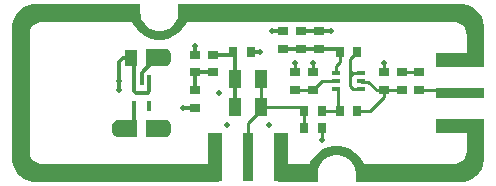
<source format=gbl>
G04*
G04 #@! TF.GenerationSoftware,Altium Limited,Altium Designer,20.1.14 (287)*
G04*
G04 Layer_Physical_Order=4*
G04 Layer_Color=11436288*
%FSLAX43Y43*%
%MOMM*%
G71*
G04*
G04 #@! TF.SameCoordinates,8E6D0AED-6584-4932-AFB8-F401DEA6884B*
G04*
G04*
G04 #@! TF.FilePolarity,Positive*
G04*
G01*
G75*
%ADD11C,0.300*%
%ADD14R,4.100X1.250*%
%ADD15R,1.250X4.100*%
%ADD18R,0.700X0.900*%
%ADD25C,0.500*%
%ADD28R,4.100X0.900*%
%ADD29R,0.900X0.700*%
%ADD30R,0.800X0.450*%
%ADD31R,0.900X4.100*%
%ADD32R,1.000X1.500*%
%ADD33R,1.000X1.400*%
%ADD34R,0.400X0.900*%
%ADD35C,0.250*%
%ADD36C,0.254*%
G36*
X18583Y7423D02*
X18947Y7272D01*
X19275Y7054D01*
X19553Y6775D01*
X19772Y6447D01*
X19923Y6083D01*
X20000Y5697D01*
X20000Y5500D01*
X20000D01*
X20000Y5500D01*
X20000Y2500D01*
X18500D01*
X18500Y5000D01*
X18495Y5098D01*
X18457Y5290D01*
X18382Y5471D01*
X18273Y5634D01*
X18134Y5773D01*
X17971Y5882D01*
X17790Y5957D01*
X17627Y5990D01*
X17617Y5991D01*
X17617D01*
X17598Y5995D01*
X17500Y6000D01*
X17500Y6000D01*
X17500Y6000D01*
X17375Y6000D01*
X-5208Y6000D01*
X-5285Y5816D01*
X-5558Y5406D01*
X-5906Y5058D01*
X-6316Y4785D01*
X-6771Y4596D01*
X-7254Y4500D01*
X-7500Y4500D01*
X-7746Y4500D01*
X-8229Y4596D01*
X-8684Y4785D01*
X-9094Y5058D01*
X-9442Y5406D01*
X-9715Y5816D01*
X-9792Y6000D01*
X-17500D01*
X-17598Y5995D01*
X-17790Y5957D01*
X-17971Y5882D01*
X-18134Y5773D01*
X-18273Y5634D01*
X-18382Y5471D01*
X-18457Y5290D01*
X-18495Y5098D01*
X-18500Y5000D01*
Y-5000D01*
X-18495Y-5098D01*
X-18457Y-5290D01*
X-18382Y-5471D01*
X-18273Y-5634D01*
X-18134Y-5773D01*
X-17971Y-5882D01*
X-17790Y-5957D01*
X-17598Y-5995D01*
X-17500Y-6000D01*
X-17500Y-6000D01*
X-2500Y-6000D01*
Y-7500D01*
X-18000Y-7500D01*
X-18197Y-7500D01*
X-18583Y-7423D01*
X-18947Y-7272D01*
X-19275Y-7054D01*
X-19554Y-6775D01*
X-19772Y-6447D01*
X-19923Y-6083D01*
X-20000Y-5697D01*
X-20000Y-5500D01*
X-20000Y-5500D01*
Y5500D01*
X-20000Y5697D01*
X-19923Y6083D01*
X-19772Y6447D01*
X-19554Y6775D01*
X-19275Y7053D01*
X-18947Y7272D01*
X-18583Y7423D01*
X-18197Y7500D01*
X-18000Y7500D01*
X-18000Y7500D01*
X-9105D01*
X-9105Y7000D01*
D01*
X-9105Y6850D01*
X-9105Y6775D01*
Y6717D01*
X-9100Y6692D01*
Y6667D01*
X-9048Y6406D01*
X-9039Y6383D01*
X-9034Y6359D01*
X-8938Y6127D01*
X-8932Y6113D01*
X-8918Y6092D01*
X-8908Y6069D01*
X-8761Y5848D01*
X-8743Y5830D01*
X-8729Y5809D01*
X-8541Y5621D01*
X-8520Y5607D01*
X-8502Y5589D01*
X-8281Y5442D01*
X-8258Y5432D01*
X-8237Y5418D01*
X-7991Y5316D01*
X-7967Y5311D01*
X-7944Y5302D01*
X-7683Y5250D01*
X-7658D01*
X-7633Y5245D01*
X-7500Y5245D01*
X-7367Y5245D01*
X-7342Y5250D01*
X-7317D01*
X-7056Y5302D01*
X-7033Y5311D01*
X-7009Y5316D01*
X-6763Y5418D01*
X-6742Y5432D01*
X-6719Y5442D01*
X-6498Y5589D01*
X-6480Y5607D01*
X-6459Y5621D01*
X-6271Y5809D01*
X-6257Y5830D01*
X-6239Y5848D01*
X-6092Y6069D01*
X-6082Y6092D01*
X-6068Y6113D01*
X-5966Y6359D01*
X-5961Y6383D01*
X-5952Y6406D01*
X-5900Y6667D01*
Y6692D01*
D01*
X-5895Y6717D01*
X-5895Y6850D01*
Y7000D01*
D01*
X-5895Y7500D01*
X18000Y7500D01*
X18197Y7500D01*
X18583Y7423D01*
D02*
G37*
G36*
X-7000Y3700D02*
X-7000Y3700D01*
X-7000Y3700D01*
X-7000D01*
X-6882Y3692D01*
X-6717Y3624D01*
X-6576Y3483D01*
X-6500Y3299D01*
X-6500Y3200D01*
X-6500Y2800D01*
X-6500Y2800D01*
X-6500Y2701D01*
X-6576Y2517D01*
X-6717Y2376D01*
X-6901Y2300D01*
X-7000Y2300D01*
X-8600Y2300D01*
Y3700D01*
X-7000Y3700D01*
D02*
G37*
G36*
X-7000Y-2300D02*
Y-2300D01*
X-6901Y-2300D01*
X-6717Y-2376D01*
X-6576Y-2517D01*
X-6500Y-2701D01*
X-6500Y-2800D01*
X-6500Y-3200D01*
X-6500Y-3200D01*
Y-3299D01*
X-6576Y-3483D01*
X-6717Y-3624D01*
X-6901Y-3700D01*
X-7000D01*
X-8600Y-3700D01*
Y-2300D01*
X-7000Y-2300D01*
D02*
G37*
G36*
X-9400D02*
Y-3700D01*
X-11000Y-3700D01*
X-11099Y-3700D01*
X-11283Y-3624D01*
X-11424Y-3483D01*
X-11500Y-3299D01*
X-11500Y-3200D01*
X-11500Y-3200D01*
X-11500Y-2800D01*
Y-2701D01*
X-11424Y-2517D01*
X-11283Y-2376D01*
X-11099Y-2300D01*
X-11000D01*
X-11000Y-2300D01*
X-9400Y-2300D01*
D02*
G37*
G36*
X20000Y-5500D02*
Y-5697D01*
X19923Y-6083D01*
X19772Y-6447D01*
X19553Y-6775D01*
X19275Y-7054D01*
X18947Y-7272D01*
X18583Y-7423D01*
X18197Y-7500D01*
X18000Y-7500D01*
X9105Y-7500D01*
X9105Y-6850D01*
X9105Y-6850D01*
X9105Y-6717D01*
X9100Y-6692D01*
Y-6667D01*
X9048Y-6406D01*
X9038Y-6383D01*
X9034Y-6359D01*
X8938Y-6127D01*
X8932Y-6113D01*
X8918Y-6092D01*
X8908Y-6069D01*
X8761Y-5848D01*
X8743Y-5830D01*
X8729Y-5809D01*
X8541Y-5621D01*
X8520Y-5607D01*
X8502Y-5589D01*
X8281Y-5442D01*
X8258Y-5432D01*
X8237Y-5418D01*
X7991Y-5316D01*
X7967Y-5312D01*
X7944Y-5302D01*
X7683Y-5250D01*
X7658D01*
X7633Y-5245D01*
X7500Y-5245D01*
X7367Y-5245D01*
X7342Y-5250D01*
X7317D01*
X7056Y-5302D01*
X7033Y-5311D01*
X7009Y-5316D01*
X6763Y-5418D01*
X6742Y-5432D01*
X6719Y-5442D01*
X6498Y-5589D01*
X6480Y-5607D01*
X6459Y-5621D01*
X6271Y-5809D01*
X6257Y-5830D01*
X6239Y-5848D01*
X6092Y-6069D01*
X6082Y-6092D01*
X6068Y-6113D01*
X6062Y-6127D01*
X5966Y-6359D01*
X5961Y-6383D01*
X5952Y-6406D01*
X5900Y-6667D01*
Y-6692D01*
X5895Y-6717D01*
X5895Y-6850D01*
Y-7500D01*
X2500D01*
Y-6000D01*
X5208D01*
X5285Y-5816D01*
X5558Y-5406D01*
X5906Y-5058D01*
X6316Y-4785D01*
X6771Y-4596D01*
X7254Y-4500D01*
X7500Y-4500D01*
X7746Y-4500D01*
X8229Y-4596D01*
X8684Y-4785D01*
X9094Y-5058D01*
X9442Y-5406D01*
X9715Y-5816D01*
X9792Y-6000D01*
X17500D01*
X17598Y-5995D01*
X17790Y-5957D01*
X17971Y-5882D01*
X18134Y-5773D01*
X18273Y-5634D01*
X18382Y-5471D01*
X18457Y-5290D01*
X18495Y-5098D01*
X18500Y-5000D01*
X18500Y-5000D01*
X18500Y-2500D01*
X20000D01*
X20000Y-5500D01*
D02*
G37*
D11*
X-5500Y-1250D02*
X-4500D01*
X1000Y3500D02*
X1000Y3500D01*
X250Y3500D02*
X1000D01*
X-1250D02*
X-1100Y3350D01*
Y1200D02*
Y3350D01*
X-1500Y3250D02*
X-1250Y3500D01*
X-3000Y3250D02*
X-1500D01*
X-4500Y4000D02*
X-4500Y4000D01*
Y3250D02*
Y4000D01*
Y1750D02*
X-3000D01*
X-4500Y250D02*
Y1750D01*
X-4500Y-1250D02*
X-4500Y-1250D01*
X6000Y5250D02*
X7000D01*
X4500D02*
X6000D01*
X-9900Y-3000D02*
X-9650Y-2750D01*
Y-1100D01*
X-10928Y1016D02*
Y2617D01*
X-10545Y3000D02*
X-9900D01*
X-10928Y2617D02*
X-10545Y3000D01*
X-10928Y254D02*
Y1016D01*
X-9000Y1100D02*
Y1691D01*
X-8100Y2591D02*
Y3000D01*
X-9000Y1691D02*
X-8100Y2591D01*
X-8500Y0D02*
X-8350Y150D01*
Y1100D01*
X-9500Y0D02*
X-8500D01*
X-9650Y150D02*
X-9500Y0D01*
X-9650Y150D02*
Y1100D01*
Y2750D01*
X-9900Y3000D02*
X-9650Y2750D01*
X2000Y5250D02*
X3000D01*
X-1100Y-1200D02*
Y1200D01*
X6000Y3750D02*
X7500D01*
X4500D02*
X6000D01*
X3000D02*
X4500D01*
X7500D02*
X7750Y3500D01*
D14*
X17950Y2775D02*
D03*
Y-2775D02*
D03*
D15*
X2775Y-5450D02*
D03*
X-2775D02*
D03*
D18*
X7750Y-1500D02*
D03*
X9250D02*
D03*
X4750Y-1500D02*
D03*
X6250D02*
D03*
Y-3000D02*
D03*
X4750D02*
D03*
X9250Y3500D02*
D03*
X7750D02*
D03*
X-1250D02*
D03*
X250D02*
D03*
D25*
X1000Y3500D02*
D03*
X-5500Y-1250D02*
D03*
X-11000Y6750D02*
D03*
X-4250D02*
D03*
X-4500Y4000D02*
D03*
X7000Y5250D02*
D03*
X-19250Y-5250D02*
D03*
Y5250D02*
D03*
X19250Y5000D02*
D03*
Y-5000D02*
D03*
X18250Y-6750D02*
D03*
X16000D02*
D03*
X13750D02*
D03*
X11500D02*
D03*
X4750D02*
D03*
X18250Y6750D02*
D03*
X16000D02*
D03*
X13750D02*
D03*
X11500D02*
D03*
X9250D02*
D03*
X7000D02*
D03*
X4750D02*
D03*
X2500D02*
D03*
X250D02*
D03*
X-2000D02*
D03*
X-13250D02*
D03*
X-15500D02*
D03*
X-17750D02*
D03*
Y-6750D02*
D03*
X-15500D02*
D03*
X-13250D02*
D03*
X-11000D02*
D03*
X-8750D02*
D03*
X-6500D02*
D03*
X-4250D02*
D03*
X-10928Y254D02*
D03*
Y1016D02*
D03*
X-1750Y-2750D02*
D03*
X-11000Y-3250D02*
D03*
Y-2750D02*
D03*
X-7000Y-3250D02*
D03*
Y-2750D02*
D03*
X6250Y-4000D02*
D03*
X-7000Y3250D02*
D03*
Y2750D02*
D03*
X-2500Y0D02*
D03*
X1768Y-2714D02*
D03*
X11500Y2500D02*
D03*
X2000Y5250D02*
D03*
X5500Y2500D02*
D03*
X4000D02*
D03*
D28*
X17950Y0D02*
D03*
D29*
X14500Y1750D02*
D03*
Y250D02*
D03*
X13000D02*
D03*
Y1750D02*
D03*
X11500D02*
D03*
Y250D02*
D03*
X5500Y1750D02*
D03*
Y250D02*
D03*
X4000Y1750D02*
D03*
Y250D02*
D03*
X6000Y5250D02*
D03*
Y3750D02*
D03*
X4500Y5250D02*
D03*
Y3750D02*
D03*
X3000D02*
D03*
Y5250D02*
D03*
X-3000Y3250D02*
D03*
Y1750D02*
D03*
X-4500D02*
D03*
Y3250D02*
D03*
Y250D02*
D03*
Y-1250D02*
D03*
D30*
X9575Y350D02*
D03*
Y1000D02*
D03*
Y1650D02*
D03*
X7425D02*
D03*
Y1000D02*
D03*
Y350D02*
D03*
D31*
X0Y-5450D02*
D03*
D32*
X-1100Y-1200D02*
D03*
X1100D02*
D03*
Y1200D02*
D03*
X-1100D02*
D03*
D33*
X-9900Y3000D02*
D03*
X-8100D02*
D03*
X-9900Y-3000D02*
D03*
X-8100D02*
D03*
D34*
X-9650Y1100D02*
D03*
X-9000D02*
D03*
X-8350D02*
D03*
Y-1100D02*
D03*
X-9650D02*
D03*
D35*
X14500Y250D02*
X17700D01*
X17950Y0D01*
X8614Y1884D02*
Y2864D01*
X9250Y3500D01*
X8614Y1416D02*
Y1884D01*
X8848Y1650D01*
X8614Y628D02*
Y1416D01*
X8848Y1650D01*
X9575D01*
X8892Y350D02*
X9575D01*
X8614Y628D02*
X8892Y350D01*
X9250Y-1500D02*
X10334D01*
X11500Y-334D02*
Y250D01*
X10334Y-1500D02*
X11500Y-334D01*
X9623Y952D02*
X10191D01*
X10893Y250D02*
X11500D01*
X10191Y952D02*
X10893Y250D01*
X9575Y1000D02*
X9623Y952D01*
X11500Y250D02*
X13000D01*
X5500D02*
X6250Y1000D01*
X7425D01*
X5500Y250D02*
X5500Y250D01*
X4000Y250D02*
X5500D01*
X7628Y-1378D02*
X7750Y-1500D01*
X7628Y-1500D02*
X7750D01*
X6250D02*
X7628D01*
X7425Y350D02*
X7530D01*
X7628Y252D01*
Y-1378D02*
Y252D01*
X7750Y-1500D02*
X7750Y-1500D01*
X0Y-5450D02*
Y-2550D01*
X1100Y-1450D01*
Y-1200D01*
X4750Y-3000D02*
Y-1500D01*
X1100Y-1200D02*
X4527D01*
X4750Y-1423D01*
Y-1500D02*
Y-1423D01*
X1100Y-1200D02*
Y1200D01*
D36*
X5500Y1750D02*
Y2500D01*
X4000Y2500D02*
X4000Y2500D01*
X4000Y1750D02*
Y2500D01*
X6250Y-4000D02*
Y-3000D01*
X11500Y1750D02*
Y2500D01*
X13000Y1750D02*
X14500D01*
X7425Y1650D02*
Y2275D01*
X7750Y2600D01*
Y3500D01*
M02*

</source>
